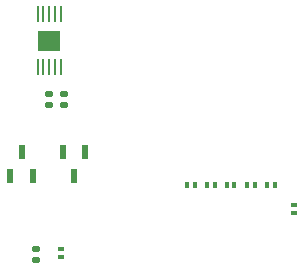
<source format=gbr>
%TF.GenerationSoftware,KiCad,Pcbnew,8.0.7*%
%TF.CreationDate,2024-12-18T22:08:12+01:00*%
%TF.ProjectId,Xplore ERC IMU HAT,58706c6f-7265-4204-9552-4320494d5520,rev?*%
%TF.SameCoordinates,Original*%
%TF.FileFunction,Paste,Bot*%
%TF.FilePolarity,Positive*%
%FSLAX46Y46*%
G04 Gerber Fmt 4.6, Leading zero omitted, Abs format (unit mm)*
G04 Created by KiCad (PCBNEW 8.0.7) date 2024-12-18 22:08:12*
%MOMM*%
%LPD*%
G01*
G04 APERTURE LIST*
G04 Aperture macros list*
%AMRoundRect*
0 Rectangle with rounded corners*
0 $1 Rounding radius*
0 $2 $3 $4 $5 $6 $7 $8 $9 X,Y pos of 4 corners*
0 Add a 4 corners polygon primitive as box body*
4,1,4,$2,$3,$4,$5,$6,$7,$8,$9,$2,$3,0*
0 Add four circle primitives for the rounded corners*
1,1,$1+$1,$2,$3*
1,1,$1+$1,$4,$5*
1,1,$1+$1,$6,$7*
1,1,$1+$1,$8,$9*
0 Add four rect primitives between the rounded corners*
20,1,$1+$1,$2,$3,$4,$5,0*
20,1,$1+$1,$4,$5,$6,$7,0*
20,1,$1+$1,$6,$7,$8,$9,0*
20,1,$1+$1,$8,$9,$2,$3,0*%
G04 Aperture macros list end*
%ADD10R,0.304800X0.558800*%
%ADD11R,0.533400X1.168400*%
%ADD12RoundRect,0.140000X-0.170000X0.140000X-0.170000X-0.140000X0.170000X-0.140000X0.170000X0.140000X0*%
%ADD13RoundRect,0.140000X0.170000X-0.140000X0.170000X0.140000X-0.170000X0.140000X-0.170000X-0.140000X0*%
%ADD14R,0.279400X1.327899*%
%ADD15R,1.981200X1.778000*%
%ADD16R,0.558800X0.304800*%
G04 APERTURE END LIST*
D10*
%TO.C,CR7*%
X150815000Y-82400000D03*
X151450000Y-82400000D03*
%TD*%
D11*
%TO.C,CR2*%
X136050001Y-81616000D03*
X134149999Y-81616000D03*
X135100000Y-79584000D03*
%TD*%
D12*
%TO.C,C2*%
X137400000Y-74670000D03*
X137400000Y-75630000D03*
%TD*%
%TO.C,C1*%
X138650000Y-74690000D03*
X138650000Y-75650000D03*
%TD*%
D10*
%TO.C,CR3*%
X155882500Y-82400000D03*
X156517500Y-82400000D03*
%TD*%
%TO.C,CR8*%
X149115000Y-82400000D03*
X149750000Y-82400000D03*
%TD*%
D13*
%TO.C,C5*%
X136350000Y-88760000D03*
X136350000Y-87800000D03*
%TD*%
D14*
%TO.C,U1*%
X136449999Y-67947752D03*
X136950001Y-67947752D03*
X137450000Y-67947752D03*
X137949999Y-67947752D03*
X138450001Y-67947752D03*
X138450001Y-72374448D03*
X137949999Y-72374448D03*
X137450000Y-72374448D03*
X136950001Y-72374448D03*
X136449999Y-72374448D03*
D15*
X137450000Y-70161100D03*
%TD*%
D10*
%TO.C,CR5*%
X152482500Y-82400000D03*
X153117500Y-82400000D03*
%TD*%
D16*
%TO.C,CR4*%
X158200000Y-84082500D03*
X158200000Y-84717500D03*
%TD*%
%TO.C,U2*%
X138450000Y-87804802D03*
X138450000Y-88500000D03*
%TD*%
D11*
%TO.C,CR1*%
X138599999Y-79634000D03*
X140500001Y-79634000D03*
X139550000Y-81666000D03*
%TD*%
D10*
%TO.C,CR6*%
X154182500Y-82400000D03*
X154817500Y-82400000D03*
%TD*%
M02*

</source>
